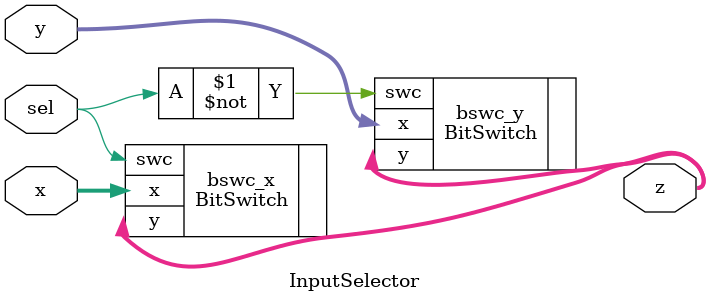
<source format=sv>

module InputSelector (
    input logic sel,
    input byte x,
    y,
    output wire [7:0] z  // use wire to allow multiple drivers
);

  // Instantiating BitSwitch for x
  BitSwitch #(
      .DATA_WIDTH(8)
  ) bswc_x (
      .swc(sel),  // Enable x output when sel is high
      .x  (x),
      .y  (z)
  );

  // Instantiating BitSwitch for y
  BitSwitch #(
      .DATA_WIDTH(8)
  ) bswc_y (
      .swc(~sel),  // Enable y output when sel is low
      .x  (y),
      .y  (z)
  );

endmodule

</source>
